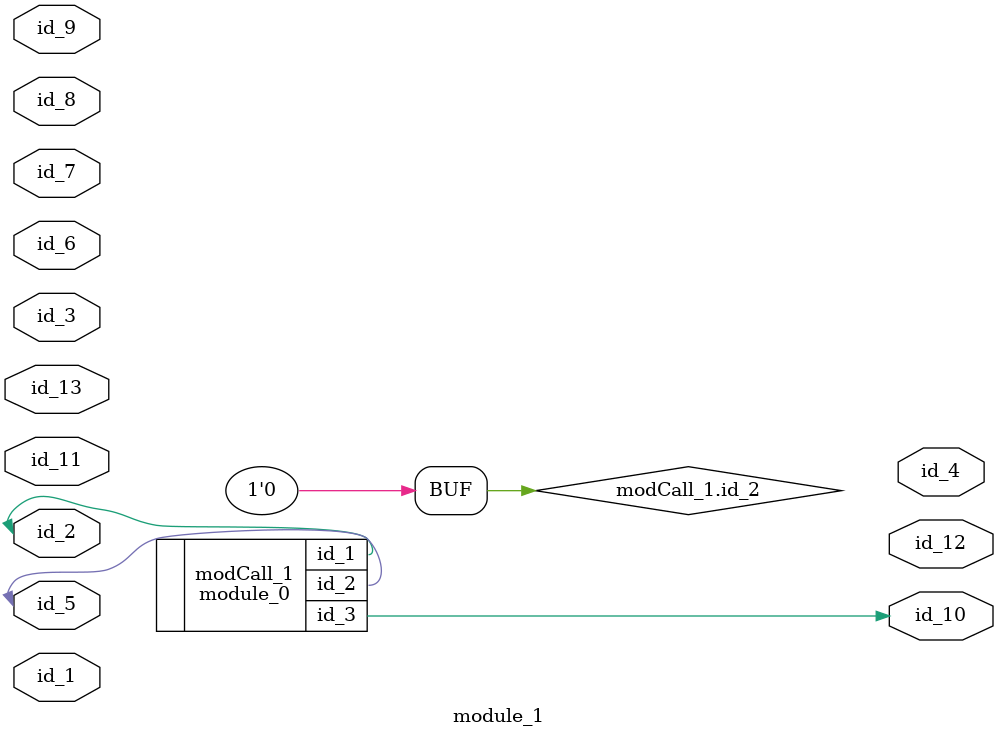
<source format=v>
module module_0 (
    id_1,
    id_2,
    id_3
);
  output wire id_3;
  inout wire id_2;
  inout wire id_1;
  assign id_2 = id_1 & 1;
endmodule
module module_1 (
    id_1,
    id_2,
    id_3,
    id_4,
    id_5,
    id_6,
    id_7,
    id_8,
    id_9,
    id_10,
    id_11,
    id_12,
    id_13
);
  input wire id_13;
  output wire id_12;
  inout wire id_11;
  output wire id_10;
  inout wire id_9;
  input wire id_8;
  input wire id_7;
  inout wire id_6;
  inout wire id_5;
  output wire id_4;
  input wire id_3;
  inout wire id_2;
  input wire id_1;
  module_0 modCall_1 (
      id_2,
      id_5,
      id_10
  );
  assign modCall_1.id_2 = 0;
  assign id_12[1] = id_9;
endmodule

</source>
